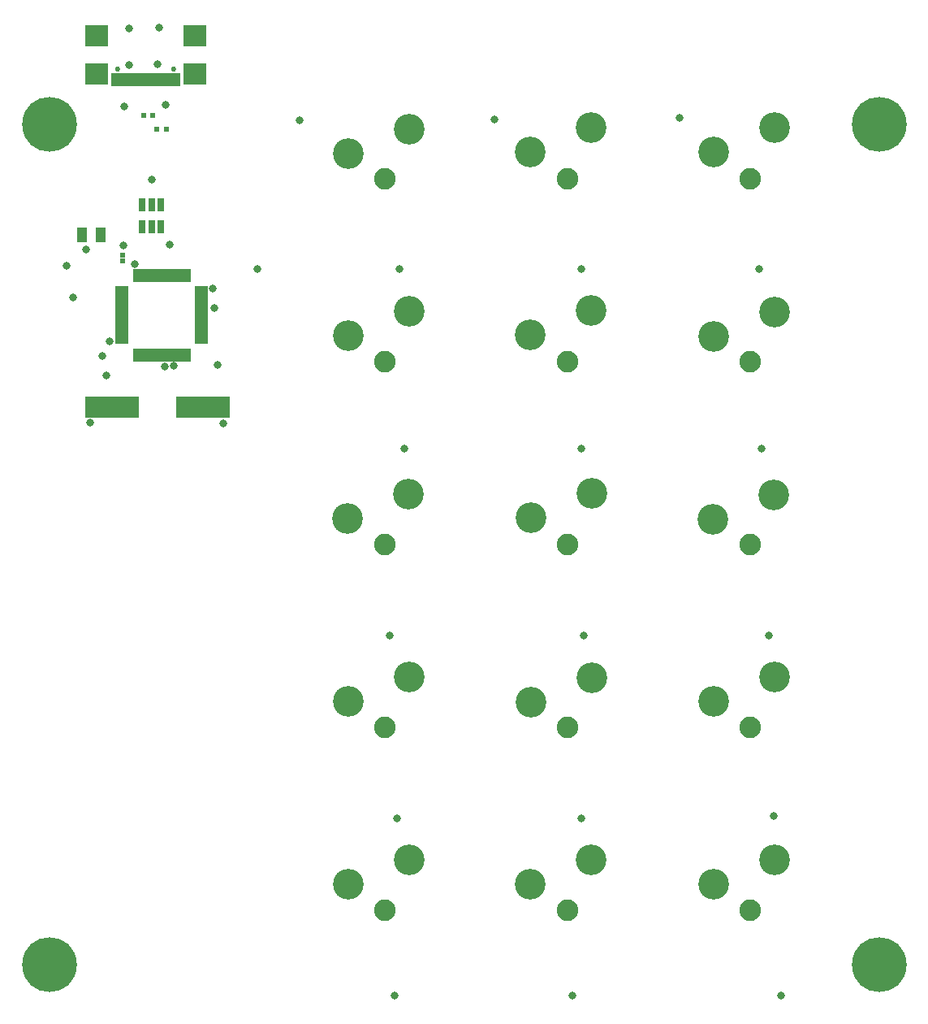
<source format=gts>
G04*
G04 #@! TF.GenerationSoftware,Altium Limited,Altium Designer,25.8.1 (18)*
G04*
G04 Layer_Color=8388736*
%FSLAX44Y44*%
%MOMM*%
G71*
G04*
G04 #@! TF.SameCoordinates,FCA943C9-AC26-45BC-959E-77FD342E558C*
G04*
G04*
G04 #@! TF.FilePolarity,Negative*
G04*
G01*
G75*
%ADD21R,1.1332X1.6232*%
%ADD22R,1.4032X0.5032*%
%ADD23R,0.5032X1.4032*%
%ADD24R,0.8032X1.4032*%
%ADD25R,5.7032X2.2032*%
%ADD26R,0.6032X0.5532*%
%ADD27R,0.5032X1.3532*%
%ADD28R,2.3832X2.2032*%
%ADD29C,0.5282*%
%ADD30C,2.2482*%
%ADD31C,5.7032*%
%ADD32C,3.2032*%
%ADD33C,0.8032*%
%ADD34C,0.6032*%
D21*
X398790Y800000D02*
D03*
X379210D02*
D03*
D22*
X503500Y694000D02*
D03*
Y689000D02*
D03*
Y699000D02*
D03*
X420500Y724000D02*
D03*
Y729000D02*
D03*
Y734000D02*
D03*
Y739000D02*
D03*
Y744000D02*
D03*
Y719000D02*
D03*
Y714000D02*
D03*
Y704000D02*
D03*
Y699000D02*
D03*
X503500Y724000D02*
D03*
Y729000D02*
D03*
Y734000D02*
D03*
Y719000D02*
D03*
Y714000D02*
D03*
Y709000D02*
D03*
Y704000D02*
D03*
X420500Y689000D02*
D03*
X503500Y744000D02*
D03*
Y739000D02*
D03*
X420500Y694000D02*
D03*
Y709000D02*
D03*
D23*
X459500Y675000D02*
D03*
X454500D02*
D03*
X444500Y758000D02*
D03*
X449500D02*
D03*
X454500D02*
D03*
X459500D02*
D03*
X464500D02*
D03*
X469500D02*
D03*
X474500D02*
D03*
X479500D02*
D03*
X484500D02*
D03*
X489500D02*
D03*
Y675000D02*
D03*
X484500D02*
D03*
X479500D02*
D03*
X464500D02*
D03*
X449500D02*
D03*
X444500D02*
D03*
X439500D02*
D03*
X434500D02*
D03*
X474500D02*
D03*
X434500Y758000D02*
D03*
X439500D02*
D03*
X469500Y675000D02*
D03*
D24*
X461009Y831814D02*
D03*
Y808814D02*
D03*
X442009D02*
D03*
Y831814D02*
D03*
X451509D02*
D03*
Y808814D02*
D03*
D25*
X410089Y620564D02*
D03*
X505089D02*
D03*
D26*
X421584Y778877D02*
D03*
Y772877D02*
D03*
D27*
X427840Y962284D02*
D03*
X457840D02*
D03*
X467840D02*
D03*
X462840D02*
D03*
X452840D02*
D03*
X437840D02*
D03*
X422840D02*
D03*
X419840D02*
D03*
X432840D02*
D03*
X442840D02*
D03*
X447840D02*
D03*
X470840D02*
D03*
X478839D02*
D03*
X411839D02*
D03*
X414840D02*
D03*
X475840D02*
D03*
D28*
X496440Y1007334D02*
D03*
X394240D02*
D03*
X496440Y968034D02*
D03*
X394240D02*
D03*
D29*
X416440Y973034D02*
D03*
X474240D02*
D03*
D30*
X694500Y859000D02*
D03*
X885000D02*
D03*
X1075500D02*
D03*
X694500Y668500D02*
D03*
X885000D02*
D03*
X1075500D02*
D03*
X694500Y478000D02*
D03*
X885000D02*
D03*
X1075500D02*
D03*
X694500Y287500D02*
D03*
X885000D02*
D03*
X1075500D02*
D03*
X694500Y97000D02*
D03*
X885000D02*
D03*
X1075500D02*
D03*
D31*
X1210000Y915000D02*
D03*
X345000D02*
D03*
X1210000Y40000D02*
D03*
X345000D02*
D03*
D32*
X1101250Y911700D02*
D03*
X1037750Y886300D02*
D03*
X910750Y530700D02*
D03*
X847250Y505300D02*
D03*
X720250Y720200D02*
D03*
X656750Y694800D02*
D03*
X910280Y339040D02*
D03*
X846780Y313640D02*
D03*
X909750Y721200D02*
D03*
X846250Y695800D02*
D03*
X1101500Y719900D02*
D03*
X1038000Y694500D02*
D03*
X720500Y149200D02*
D03*
X657000Y123800D02*
D03*
X720000Y910400D02*
D03*
X656500Y885000D02*
D03*
X719250Y529700D02*
D03*
X655750Y504300D02*
D03*
X910000Y148700D02*
D03*
X846500Y123300D02*
D03*
X720250Y339700D02*
D03*
X656750Y314300D02*
D03*
X1101250Y339200D02*
D03*
X1037750Y313800D02*
D03*
X1100000Y529400D02*
D03*
X1036500Y504000D02*
D03*
X909750Y911700D02*
D03*
X846250Y886300D02*
D03*
X1101250Y149200D02*
D03*
X1037750Y123800D02*
D03*
D33*
X383000Y785000D02*
D03*
X407840Y689064D02*
D03*
X387237Y604421D02*
D03*
X517095Y724028D02*
D03*
X434339Y769314D02*
D03*
X451839Y858064D02*
D03*
X474339Y663564D02*
D03*
X457840Y978314D02*
D03*
X465340Y663314D02*
D03*
X466339Y935314D02*
D03*
X421834Y789377D02*
D03*
X399840Y673814D02*
D03*
X515589Y744064D02*
D03*
X422589Y934314D02*
D03*
X526487Y604171D02*
D03*
X427840Y977064D02*
D03*
X700000Y382500D02*
D03*
X902500D02*
D03*
X1095000D02*
D03*
X470000Y790000D02*
D03*
X363000Y768000D02*
D03*
X370000Y735000D02*
D03*
X520000Y665000D02*
D03*
X404530Y653730D02*
D03*
X562000Y765000D02*
D03*
X428000Y1015000D02*
D03*
X459000Y1016000D02*
D03*
X1002500Y922500D02*
D03*
X707500Y192500D02*
D03*
X900000D02*
D03*
X1100000Y195000D02*
D03*
X710000Y765000D02*
D03*
X900000D02*
D03*
X1085000D02*
D03*
X606035Y919217D02*
D03*
X705000Y7500D02*
D03*
X890000D02*
D03*
X1107500D02*
D03*
X715000Y577500D02*
D03*
X900000D02*
D03*
X1087500D02*
D03*
X808750Y920750D02*
D03*
D34*
X457090Y910064D02*
D03*
X467090D02*
D03*
X452985Y924363D02*
D03*
X442985D02*
D03*
M02*

</source>
